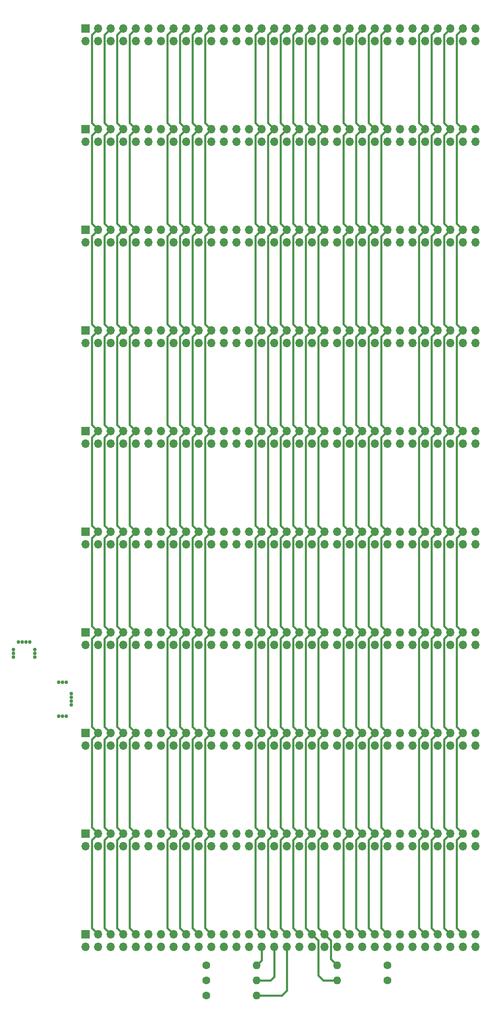
<source format=gtl>
G04 #@! TF.GenerationSoftware,KiCad,Pcbnew,5.1.6-c6e7f7d~86~ubuntu18.04.1*
G04 #@! TF.CreationDate,2020-06-23T20:17:20+12:00*
G04 #@! TF.ProjectId,M1 Backplane,4d312042-6163-46b7-906c-616e652e6b69,rev?*
G04 #@! TF.SameCoordinates,Original*
G04 #@! TF.FileFunction,Copper,L1,Top*
G04 #@! TF.FilePolarity,Positive*
%FSLAX46Y46*%
G04 Gerber Fmt 4.6, Leading zero omitted, Abs format (unit mm)*
G04 Created by KiCad (PCBNEW 5.1.6-c6e7f7d~86~ubuntu18.04.1) date 2020-06-23 20:17:20*
%MOMM*%
%LPD*%
G01*
G04 APERTURE LIST*
G04 #@! TA.AperFunction,ComponentPad*
%ADD10R,1.700000X1.700000*%
G04 #@! TD*
G04 #@! TA.AperFunction,ComponentPad*
%ADD11O,1.700000X1.700000*%
G04 #@! TD*
G04 #@! TA.AperFunction,ComponentPad*
%ADD12C,1.600000*%
G04 #@! TD*
G04 #@! TA.AperFunction,ComponentPad*
%ADD13O,1.600000X1.600000*%
G04 #@! TD*
G04 #@! TA.AperFunction,ViaPad*
%ADD14C,0.762000*%
G04 #@! TD*
G04 #@! TA.AperFunction,Conductor*
%ADD15C,0.406400*%
G04 #@! TD*
G04 APERTURE END LIST*
D10*
X109135000Y-306970000D03*
D11*
X109135000Y-309510000D03*
X111675000Y-306970000D03*
X111675000Y-309510000D03*
X114215000Y-306970000D03*
X114215000Y-309510000D03*
X116755000Y-306970000D03*
X116755000Y-309510000D03*
X119295000Y-306970000D03*
X119295000Y-309510000D03*
X121835000Y-306970000D03*
X121835000Y-309510000D03*
X124375000Y-306970000D03*
X124375000Y-309510000D03*
X126915000Y-306970000D03*
X126915000Y-309510000D03*
X129455000Y-306970000D03*
X129455000Y-309510000D03*
X131995000Y-306970000D03*
X131995000Y-309510000D03*
X134535000Y-306970000D03*
X134535000Y-309510000D03*
X137075000Y-306970000D03*
X137075000Y-309510000D03*
X139615000Y-306970000D03*
X139615000Y-309510000D03*
X142155000Y-306970000D03*
X142155000Y-309510000D03*
X144695000Y-306970000D03*
X144695000Y-309510000D03*
X147235000Y-306970000D03*
X147235000Y-309510000D03*
X149775000Y-306970000D03*
X149775000Y-309510000D03*
X152315000Y-306970000D03*
X152315000Y-309510000D03*
X154855000Y-306970000D03*
X154855000Y-309510000D03*
X157395000Y-306970000D03*
X157395000Y-309510000D03*
X159935000Y-306970000D03*
X159935000Y-309510000D03*
X162475000Y-306970000D03*
X162475000Y-309510000D03*
X165015000Y-306970000D03*
X165015000Y-309510000D03*
X167555000Y-306970000D03*
X167555000Y-309510000D03*
X170095000Y-306970000D03*
X170095000Y-309510000D03*
X172635000Y-306970000D03*
X172635000Y-309510000D03*
X175175000Y-306970000D03*
X175175000Y-309510000D03*
X177715000Y-306970000D03*
X177715000Y-309510000D03*
X180255000Y-306970000D03*
X180255000Y-309510000D03*
X182795000Y-306970000D03*
X182795000Y-309510000D03*
X185335000Y-306970000D03*
X185335000Y-309510000D03*
X187875000Y-306970000D03*
X187875000Y-309510000D03*
X187875000Y-289190000D03*
X187875000Y-286650000D03*
X185335000Y-289190000D03*
X185335000Y-286650000D03*
X182795000Y-289190000D03*
X182795000Y-286650000D03*
X180255000Y-289190000D03*
X180255000Y-286650000D03*
X177715000Y-289190000D03*
X177715000Y-286650000D03*
X175175000Y-289190000D03*
X175175000Y-286650000D03*
X172635000Y-289190000D03*
X172635000Y-286650000D03*
X170095000Y-289190000D03*
X170095000Y-286650000D03*
X167555000Y-289190000D03*
X167555000Y-286650000D03*
X165015000Y-289190000D03*
X165015000Y-286650000D03*
X162475000Y-289190000D03*
X162475000Y-286650000D03*
X159935000Y-289190000D03*
X159935000Y-286650000D03*
X157395000Y-289190000D03*
X157395000Y-286650000D03*
X154855000Y-289190000D03*
X154855000Y-286650000D03*
X152315000Y-289190000D03*
X152315000Y-286650000D03*
X149775000Y-289190000D03*
X149775000Y-286650000D03*
X147235000Y-289190000D03*
X147235000Y-286650000D03*
X144695000Y-289190000D03*
X144695000Y-286650000D03*
X142155000Y-289190000D03*
X142155000Y-286650000D03*
X139615000Y-289190000D03*
X139615000Y-286650000D03*
X137075000Y-289190000D03*
X137075000Y-286650000D03*
X134535000Y-289190000D03*
X134535000Y-286650000D03*
X131995000Y-289190000D03*
X131995000Y-286650000D03*
X129455000Y-289190000D03*
X129455000Y-286650000D03*
X126915000Y-289190000D03*
X126915000Y-286650000D03*
X124375000Y-289190000D03*
X124375000Y-286650000D03*
X121835000Y-289190000D03*
X121835000Y-286650000D03*
X119295000Y-289190000D03*
X119295000Y-286650000D03*
X116755000Y-289190000D03*
X116755000Y-286650000D03*
X114215000Y-289190000D03*
X114215000Y-286650000D03*
X111675000Y-289190000D03*
X111675000Y-286650000D03*
X109135000Y-289190000D03*
D10*
X109135000Y-286650000D03*
D11*
X187875000Y-268870000D03*
X187875000Y-266330000D03*
X185335000Y-268870000D03*
X185335000Y-266330000D03*
X182795000Y-268870000D03*
X182795000Y-266330000D03*
X180255000Y-268870000D03*
X180255000Y-266330000D03*
X177715000Y-268870000D03*
X177715000Y-266330000D03*
X175175000Y-268870000D03*
X175175000Y-266330000D03*
X172635000Y-268870000D03*
X172635000Y-266330000D03*
X170095000Y-268870000D03*
X170095000Y-266330000D03*
X167555000Y-268870000D03*
X167555000Y-266330000D03*
X165015000Y-268870000D03*
X165015000Y-266330000D03*
X162475000Y-268870000D03*
X162475000Y-266330000D03*
X159935000Y-268870000D03*
X159935000Y-266330000D03*
X157395000Y-268870000D03*
X157395000Y-266330000D03*
X154855000Y-268870000D03*
X154855000Y-266330000D03*
X152315000Y-268870000D03*
X152315000Y-266330000D03*
X149775000Y-268870000D03*
X149775000Y-266330000D03*
X147235000Y-268870000D03*
X147235000Y-266330000D03*
X144695000Y-268870000D03*
X144695000Y-266330000D03*
X142155000Y-268870000D03*
X142155000Y-266330000D03*
X139615000Y-268870000D03*
X139615000Y-266330000D03*
X137075000Y-268870000D03*
X137075000Y-266330000D03*
X134535000Y-268870000D03*
X134535000Y-266330000D03*
X131995000Y-268870000D03*
X131995000Y-266330000D03*
X129455000Y-268870000D03*
X129455000Y-266330000D03*
X126915000Y-268870000D03*
X126915000Y-266330000D03*
X124375000Y-268870000D03*
X124375000Y-266330000D03*
X121835000Y-268870000D03*
X121835000Y-266330000D03*
X119295000Y-268870000D03*
X119295000Y-266330000D03*
X116755000Y-268870000D03*
X116755000Y-266330000D03*
X114215000Y-268870000D03*
X114215000Y-266330000D03*
X111675000Y-268870000D03*
X111675000Y-266330000D03*
X109135000Y-268870000D03*
D10*
X109135000Y-266330000D03*
X109135000Y-246010000D03*
D11*
X109135000Y-248550000D03*
X111675000Y-246010000D03*
X111675000Y-248550000D03*
X114215000Y-246010000D03*
X114215000Y-248550000D03*
X116755000Y-246010000D03*
X116755000Y-248550000D03*
X119295000Y-246010000D03*
X119295000Y-248550000D03*
X121835000Y-246010000D03*
X121835000Y-248550000D03*
X124375000Y-246010000D03*
X124375000Y-248550000D03*
X126915000Y-246010000D03*
X126915000Y-248550000D03*
X129455000Y-246010000D03*
X129455000Y-248550000D03*
X131995000Y-246010000D03*
X131995000Y-248550000D03*
X134535000Y-246010000D03*
X134535000Y-248550000D03*
X137075000Y-246010000D03*
X137075000Y-248550000D03*
X139615000Y-246010000D03*
X139615000Y-248550000D03*
X142155000Y-246010000D03*
X142155000Y-248550000D03*
X144695000Y-246010000D03*
X144695000Y-248550000D03*
X147235000Y-246010000D03*
X147235000Y-248550000D03*
X149775000Y-246010000D03*
X149775000Y-248550000D03*
X152315000Y-246010000D03*
X152315000Y-248550000D03*
X154855000Y-246010000D03*
X154855000Y-248550000D03*
X157395000Y-246010000D03*
X157395000Y-248550000D03*
X159935000Y-246010000D03*
X159935000Y-248550000D03*
X162475000Y-246010000D03*
X162475000Y-248550000D03*
X165015000Y-246010000D03*
X165015000Y-248550000D03*
X167555000Y-246010000D03*
X167555000Y-248550000D03*
X170095000Y-246010000D03*
X170095000Y-248550000D03*
X172635000Y-246010000D03*
X172635000Y-248550000D03*
X175175000Y-246010000D03*
X175175000Y-248550000D03*
X177715000Y-246010000D03*
X177715000Y-248550000D03*
X180255000Y-246010000D03*
X180255000Y-248550000D03*
X182795000Y-246010000D03*
X182795000Y-248550000D03*
X185335000Y-246010000D03*
X185335000Y-248550000D03*
X187875000Y-246010000D03*
X187875000Y-248550000D03*
D10*
X109135000Y-225690000D03*
D11*
X109135000Y-228230000D03*
X111675000Y-225690000D03*
X111675000Y-228230000D03*
X114215000Y-225690000D03*
X114215000Y-228230000D03*
X116755000Y-225690000D03*
X116755000Y-228230000D03*
X119295000Y-225690000D03*
X119295000Y-228230000D03*
X121835000Y-225690000D03*
X121835000Y-228230000D03*
X124375000Y-225690000D03*
X124375000Y-228230000D03*
X126915000Y-225690000D03*
X126915000Y-228230000D03*
X129455000Y-225690000D03*
X129455000Y-228230000D03*
X131995000Y-225690000D03*
X131995000Y-228230000D03*
X134535000Y-225690000D03*
X134535000Y-228230000D03*
X137075000Y-225690000D03*
X137075000Y-228230000D03*
X139615000Y-225690000D03*
X139615000Y-228230000D03*
X142155000Y-225690000D03*
X142155000Y-228230000D03*
X144695000Y-225690000D03*
X144695000Y-228230000D03*
X147235000Y-225690000D03*
X147235000Y-228230000D03*
X149775000Y-225690000D03*
X149775000Y-228230000D03*
X152315000Y-225690000D03*
X152315000Y-228230000D03*
X154855000Y-225690000D03*
X154855000Y-228230000D03*
X157395000Y-225690000D03*
X157395000Y-228230000D03*
X159935000Y-225690000D03*
X159935000Y-228230000D03*
X162475000Y-225690000D03*
X162475000Y-228230000D03*
X165015000Y-225690000D03*
X165015000Y-228230000D03*
X167555000Y-225690000D03*
X167555000Y-228230000D03*
X170095000Y-225690000D03*
X170095000Y-228230000D03*
X172635000Y-225690000D03*
X172635000Y-228230000D03*
X175175000Y-225690000D03*
X175175000Y-228230000D03*
X177715000Y-225690000D03*
X177715000Y-228230000D03*
X180255000Y-225690000D03*
X180255000Y-228230000D03*
X182795000Y-225690000D03*
X182795000Y-228230000D03*
X185335000Y-225690000D03*
X185335000Y-228230000D03*
X187875000Y-225690000D03*
X187875000Y-228230000D03*
X187875000Y-207910000D03*
X187875000Y-205370000D03*
X185335000Y-207910000D03*
X185335000Y-205370000D03*
X182795000Y-207910000D03*
X182795000Y-205370000D03*
X180255000Y-207910000D03*
X180255000Y-205370000D03*
X177715000Y-207910000D03*
X177715000Y-205370000D03*
X175175000Y-207910000D03*
X175175000Y-205370000D03*
X172635000Y-207910000D03*
X172635000Y-205370000D03*
X170095000Y-207910000D03*
X170095000Y-205370000D03*
X167555000Y-207910000D03*
X167555000Y-205370000D03*
X165015000Y-207910000D03*
X165015000Y-205370000D03*
X162475000Y-207910000D03*
X162475000Y-205370000D03*
X159935000Y-207910000D03*
X159935000Y-205370000D03*
X157395000Y-207910000D03*
X157395000Y-205370000D03*
X154855000Y-207910000D03*
X154855000Y-205370000D03*
X152315000Y-207910000D03*
X152315000Y-205370000D03*
X149775000Y-207910000D03*
X149775000Y-205370000D03*
X147235000Y-207910000D03*
X147235000Y-205370000D03*
X144695000Y-207910000D03*
X144695000Y-205370000D03*
X142155000Y-207910000D03*
X142155000Y-205370000D03*
X139615000Y-207910000D03*
X139615000Y-205370000D03*
X137075000Y-207910000D03*
X137075000Y-205370000D03*
X134535000Y-207910000D03*
X134535000Y-205370000D03*
X131995000Y-207910000D03*
X131995000Y-205370000D03*
X129455000Y-207910000D03*
X129455000Y-205370000D03*
X126915000Y-207910000D03*
X126915000Y-205370000D03*
X124375000Y-207910000D03*
X124375000Y-205370000D03*
X121835000Y-207910000D03*
X121835000Y-205370000D03*
X119295000Y-207910000D03*
X119295000Y-205370000D03*
X116755000Y-207910000D03*
X116755000Y-205370000D03*
X114215000Y-207910000D03*
X114215000Y-205370000D03*
X111675000Y-207910000D03*
X111675000Y-205370000D03*
X109135000Y-207910000D03*
D10*
X109135000Y-205370000D03*
D11*
X187875000Y-187590000D03*
X187875000Y-185050000D03*
X185335000Y-187590000D03*
X185335000Y-185050000D03*
X182795000Y-187590000D03*
X182795000Y-185050000D03*
X180255000Y-187590000D03*
X180255000Y-185050000D03*
X177715000Y-187590000D03*
X177715000Y-185050000D03*
X175175000Y-187590000D03*
X175175000Y-185050000D03*
X172635000Y-187590000D03*
X172635000Y-185050000D03*
X170095000Y-187590000D03*
X170095000Y-185050000D03*
X167555000Y-187590000D03*
X167555000Y-185050000D03*
X165015000Y-187590000D03*
X165015000Y-185050000D03*
X162475000Y-187590000D03*
X162475000Y-185050000D03*
X159935000Y-187590000D03*
X159935000Y-185050000D03*
X157395000Y-187590000D03*
X157395000Y-185050000D03*
X154855000Y-187590000D03*
X154855000Y-185050000D03*
X152315000Y-187590000D03*
X152315000Y-185050000D03*
X149775000Y-187590000D03*
X149775000Y-185050000D03*
X147235000Y-187590000D03*
X147235000Y-185050000D03*
X144695000Y-187590000D03*
X144695000Y-185050000D03*
X142155000Y-187590000D03*
X142155000Y-185050000D03*
X139615000Y-187590000D03*
X139615000Y-185050000D03*
X137075000Y-187590000D03*
X137075000Y-185050000D03*
X134535000Y-187590000D03*
X134535000Y-185050000D03*
X131995000Y-187590000D03*
X131995000Y-185050000D03*
X129455000Y-187590000D03*
X129455000Y-185050000D03*
X126915000Y-187590000D03*
X126915000Y-185050000D03*
X124375000Y-187590000D03*
X124375000Y-185050000D03*
X121835000Y-187590000D03*
X121835000Y-185050000D03*
X119295000Y-187590000D03*
X119295000Y-185050000D03*
X116755000Y-187590000D03*
X116755000Y-185050000D03*
X114215000Y-187590000D03*
X114215000Y-185050000D03*
X111675000Y-187590000D03*
X111675000Y-185050000D03*
X109135000Y-187590000D03*
D10*
X109135000Y-185050000D03*
X109135000Y-164730000D03*
D11*
X109135000Y-167270000D03*
X111675000Y-164730000D03*
X111675000Y-167270000D03*
X114215000Y-164730000D03*
X114215000Y-167270000D03*
X116755000Y-164730000D03*
X116755000Y-167270000D03*
X119295000Y-164730000D03*
X119295000Y-167270000D03*
X121835000Y-164730000D03*
X121835000Y-167270000D03*
X124375000Y-164730000D03*
X124375000Y-167270000D03*
X126915000Y-164730000D03*
X126915000Y-167270000D03*
X129455000Y-164730000D03*
X129455000Y-167270000D03*
X131995000Y-164730000D03*
X131995000Y-167270000D03*
X134535000Y-164730000D03*
X134535000Y-167270000D03*
X137075000Y-164730000D03*
X137075000Y-167270000D03*
X139615000Y-164730000D03*
X139615000Y-167270000D03*
X142155000Y-164730000D03*
X142155000Y-167270000D03*
X144695000Y-164730000D03*
X144695000Y-167270000D03*
X147235000Y-164730000D03*
X147235000Y-167270000D03*
X149775000Y-164730000D03*
X149775000Y-167270000D03*
X152315000Y-164730000D03*
X152315000Y-167270000D03*
X154855000Y-164730000D03*
X154855000Y-167270000D03*
X157395000Y-164730000D03*
X157395000Y-167270000D03*
X159935000Y-164730000D03*
X159935000Y-167270000D03*
X162475000Y-164730000D03*
X162475000Y-167270000D03*
X165015000Y-164730000D03*
X165015000Y-167270000D03*
X167555000Y-164730000D03*
X167555000Y-167270000D03*
X170095000Y-164730000D03*
X170095000Y-167270000D03*
X172635000Y-164730000D03*
X172635000Y-167270000D03*
X175175000Y-164730000D03*
X175175000Y-167270000D03*
X177715000Y-164730000D03*
X177715000Y-167270000D03*
X180255000Y-164730000D03*
X180255000Y-167270000D03*
X182795000Y-164730000D03*
X182795000Y-167270000D03*
X185335000Y-164730000D03*
X185335000Y-167270000D03*
X187875000Y-164730000D03*
X187875000Y-167270000D03*
D10*
X109135000Y-144410000D03*
D11*
X109135000Y-146950000D03*
X111675000Y-144410000D03*
X111675000Y-146950000D03*
X114215000Y-144410000D03*
X114215000Y-146950000D03*
X116755000Y-144410000D03*
X116755000Y-146950000D03*
X119295000Y-144410000D03*
X119295000Y-146950000D03*
X121835000Y-144410000D03*
X121835000Y-146950000D03*
X124375000Y-144410000D03*
X124375000Y-146950000D03*
X126915000Y-144410000D03*
X126915000Y-146950000D03*
X129455000Y-144410000D03*
X129455000Y-146950000D03*
X131995000Y-144410000D03*
X131995000Y-146950000D03*
X134535000Y-144410000D03*
X134535000Y-146950000D03*
X137075000Y-144410000D03*
X137075000Y-146950000D03*
X139615000Y-144410000D03*
X139615000Y-146950000D03*
X142155000Y-144410000D03*
X142155000Y-146950000D03*
X144695000Y-144410000D03*
X144695000Y-146950000D03*
X147235000Y-144410000D03*
X147235000Y-146950000D03*
X149775000Y-144410000D03*
X149775000Y-146950000D03*
X152315000Y-144410000D03*
X152315000Y-146950000D03*
X154855000Y-144410000D03*
X154855000Y-146950000D03*
X157395000Y-144410000D03*
X157395000Y-146950000D03*
X159935000Y-144410000D03*
X159935000Y-146950000D03*
X162475000Y-144410000D03*
X162475000Y-146950000D03*
X165015000Y-144410000D03*
X165015000Y-146950000D03*
X167555000Y-144410000D03*
X167555000Y-146950000D03*
X170095000Y-144410000D03*
X170095000Y-146950000D03*
X172635000Y-144410000D03*
X172635000Y-146950000D03*
X175175000Y-144410000D03*
X175175000Y-146950000D03*
X177715000Y-144410000D03*
X177715000Y-146950000D03*
X180255000Y-144410000D03*
X180255000Y-146950000D03*
X182795000Y-144410000D03*
X182795000Y-146950000D03*
X185335000Y-144410000D03*
X185335000Y-146950000D03*
X187875000Y-144410000D03*
X187875000Y-146950000D03*
X187875000Y-126630000D03*
X187875000Y-124090000D03*
X185335000Y-126630000D03*
X185335000Y-124090000D03*
X182795000Y-126630000D03*
X182795000Y-124090000D03*
X180255000Y-126630000D03*
X180255000Y-124090000D03*
X177715000Y-126630000D03*
X177715000Y-124090000D03*
X175175000Y-126630000D03*
X175175000Y-124090000D03*
X172635000Y-126630000D03*
X172635000Y-124090000D03*
X170095000Y-126630000D03*
X170095000Y-124090000D03*
X167555000Y-126630000D03*
X167555000Y-124090000D03*
X165015000Y-126630000D03*
X165015000Y-124090000D03*
X162475000Y-126630000D03*
X162475000Y-124090000D03*
X159935000Y-126630000D03*
X159935000Y-124090000D03*
X157395000Y-126630000D03*
X157395000Y-124090000D03*
X154855000Y-126630000D03*
X154855000Y-124090000D03*
X152315000Y-126630000D03*
X152315000Y-124090000D03*
X149775000Y-126630000D03*
X149775000Y-124090000D03*
X147235000Y-126630000D03*
X147235000Y-124090000D03*
X144695000Y-126630000D03*
X144695000Y-124090000D03*
X142155000Y-126630000D03*
X142155000Y-124090000D03*
X139615000Y-126630000D03*
X139615000Y-124090000D03*
X137075000Y-126630000D03*
X137075000Y-124090000D03*
X134535000Y-126630000D03*
X134535000Y-124090000D03*
X131995000Y-126630000D03*
X131995000Y-124090000D03*
X129455000Y-126630000D03*
X129455000Y-124090000D03*
X126915000Y-126630000D03*
X126915000Y-124090000D03*
X124375000Y-126630000D03*
X124375000Y-124090000D03*
X121835000Y-126630000D03*
X121835000Y-124090000D03*
X119295000Y-126630000D03*
X119295000Y-124090000D03*
X116755000Y-126630000D03*
X116755000Y-124090000D03*
X114215000Y-126630000D03*
X114215000Y-124090000D03*
X111675000Y-126630000D03*
X111675000Y-124090000D03*
X109135000Y-126630000D03*
D10*
X109135000Y-124090000D03*
D12*
X133529000Y-313286000D03*
D13*
X143689000Y-313286000D03*
X143689000Y-316334000D03*
D12*
X133529000Y-316334000D03*
X170105000Y-316334000D03*
D13*
X159945000Y-316334000D03*
D12*
X133529000Y-319382000D03*
D13*
X143689000Y-319382000D03*
X159945000Y-313286000D03*
D12*
X170105000Y-313286000D03*
D14*
X106325000Y-260700000D03*
X106325000Y-259938000D03*
X106325000Y-259176000D03*
X106325000Y-258414000D03*
X105309000Y-262986000D03*
X104547000Y-262986000D03*
X103785000Y-262986000D03*
X105309000Y-256128000D03*
X104547000Y-256128000D03*
X103785000Y-256128000D03*
X98959000Y-251048000D03*
X98959000Y-250286000D03*
X98959000Y-249524000D03*
X94641000Y-251048000D03*
X94641000Y-250286000D03*
X94641000Y-249524000D03*
X97943000Y-248000000D03*
X97181000Y-248000000D03*
X96419000Y-248000000D03*
X95657000Y-248000000D03*
D15*
X111675000Y-306970000D02*
X110405000Y-305700000D01*
X110405000Y-305700000D02*
X110405000Y-287920000D01*
X110405000Y-287920000D02*
X111675000Y-286650000D01*
X111675000Y-286650000D02*
X110405000Y-285380000D01*
X110405000Y-285380000D02*
X110405000Y-267600000D01*
X110405000Y-267600000D02*
X111675000Y-266330000D01*
X111675000Y-266330000D02*
X110405000Y-265060000D01*
X110405000Y-265060000D02*
X110405000Y-247280000D01*
X110405000Y-247280000D02*
X111675000Y-246010000D01*
X111675000Y-246010000D02*
X110405000Y-244740000D01*
X110405000Y-244740000D02*
X110405000Y-226960000D01*
X110405000Y-226960000D02*
X111675000Y-225690000D01*
X111675000Y-225690000D02*
X110405000Y-224420000D01*
X110405000Y-224420000D02*
X110405000Y-206640000D01*
X110405000Y-206640000D02*
X111675000Y-205370000D01*
X111675000Y-205370000D02*
X110405000Y-204100000D01*
X110405000Y-204100000D02*
X110405000Y-186320000D01*
X110405000Y-186320000D02*
X111675000Y-185050000D01*
X111675000Y-185050000D02*
X110405000Y-183780000D01*
X110405000Y-183780000D02*
X110405000Y-166000000D01*
X110405000Y-166000000D02*
X111675000Y-164730000D01*
X111675000Y-164730000D02*
X110405000Y-163460000D01*
X110405000Y-163460000D02*
X110405000Y-145680000D01*
X110405000Y-145680000D02*
X111675000Y-144410000D01*
X111675000Y-144410000D02*
X110405000Y-143140000D01*
X110405000Y-143140000D02*
X110405000Y-125360000D01*
X110405000Y-125360000D02*
X111675000Y-124090000D01*
X114215000Y-306970000D02*
X112945000Y-305700000D01*
X112945000Y-305700000D02*
X112945000Y-287920000D01*
X112945000Y-287920000D02*
X114215000Y-286650000D01*
X114215000Y-286650000D02*
X112945000Y-285380000D01*
X112945000Y-285380000D02*
X112945000Y-267600000D01*
X112945000Y-267600000D02*
X114215000Y-266330000D01*
X114215000Y-266330000D02*
X112945000Y-265060000D01*
X112945000Y-265060000D02*
X112945000Y-247280000D01*
X112945000Y-247280000D02*
X114215000Y-246010000D01*
X114215000Y-246010000D02*
X112945000Y-244740000D01*
X112945000Y-244740000D02*
X112945000Y-226960000D01*
X112945000Y-226960000D02*
X114215000Y-225690000D01*
X114215000Y-225690000D02*
X112945000Y-224420000D01*
X112945000Y-224420000D02*
X112945000Y-206640000D01*
X112945000Y-206640000D02*
X114215000Y-205370000D01*
X114215000Y-205370000D02*
X112945000Y-204100000D01*
X112945000Y-204100000D02*
X112945000Y-186320000D01*
X112945000Y-186320000D02*
X114215000Y-185050000D01*
X114215000Y-185050000D02*
X112945000Y-183780000D01*
X112945000Y-183780000D02*
X112945000Y-166000000D01*
X112945000Y-166000000D02*
X114215000Y-164730000D01*
X114215000Y-164730000D02*
X112945000Y-163460000D01*
X112945000Y-163460000D02*
X112945000Y-145680000D01*
X112945000Y-145680000D02*
X114215000Y-144410000D01*
X114215000Y-144410000D02*
X112945000Y-143140000D01*
X112945000Y-143140000D02*
X112945000Y-125360000D01*
X112945000Y-125360000D02*
X114215000Y-124090000D01*
X116755000Y-306970000D02*
X115485000Y-305700000D01*
X115485000Y-305700000D02*
X115485000Y-287920000D01*
X115485000Y-287920000D02*
X116755000Y-286650000D01*
X116755000Y-286650000D02*
X115485000Y-285380000D01*
X115485000Y-285380000D02*
X115485000Y-267600000D01*
X115485000Y-267600000D02*
X116755000Y-266330000D01*
X116755000Y-266330000D02*
X115485000Y-265060000D01*
X115485000Y-265060000D02*
X115485000Y-247280000D01*
X115485000Y-247280000D02*
X116755000Y-246010000D01*
X116755000Y-246010000D02*
X115485000Y-244740000D01*
X115485000Y-244740000D02*
X115485000Y-226960000D01*
X115485000Y-226960000D02*
X116755000Y-225690000D01*
X116755000Y-225690000D02*
X115485000Y-224420000D01*
X115485000Y-224420000D02*
X115485000Y-206640000D01*
X115485000Y-206640000D02*
X116755000Y-205370000D01*
X116755000Y-205370000D02*
X115485000Y-204100000D01*
X115485000Y-204100000D02*
X115485000Y-186320000D01*
X115485000Y-186320000D02*
X116755000Y-185050000D01*
X116755000Y-185050000D02*
X115485000Y-183780000D01*
X115485000Y-183780000D02*
X115485000Y-166000000D01*
X115485000Y-166000000D02*
X116755000Y-164730000D01*
X116755000Y-164730000D02*
X115485000Y-163460000D01*
X115485000Y-163460000D02*
X115485000Y-145680000D01*
X115485000Y-145680000D02*
X116755000Y-144410000D01*
X116755000Y-144410000D02*
X115485000Y-143140000D01*
X115485000Y-143140000D02*
X115485000Y-125360000D01*
X115485000Y-125360000D02*
X116755000Y-124090000D01*
X119295000Y-306970000D02*
X118025000Y-305700000D01*
X118025000Y-305700000D02*
X118025000Y-287920000D01*
X118025000Y-287920000D02*
X119295000Y-286650000D01*
X119295000Y-286650000D02*
X118025000Y-285380000D01*
X118025000Y-285380000D02*
X118025000Y-267600000D01*
X118025000Y-267600000D02*
X119295000Y-266330000D01*
X119295000Y-266330000D02*
X118025000Y-265060000D01*
X118025000Y-265060000D02*
X118025000Y-247280000D01*
X118025000Y-247280000D02*
X119295000Y-246010000D01*
X119295000Y-246010000D02*
X118025000Y-244740000D01*
X118025000Y-244740000D02*
X118025000Y-226960000D01*
X118025000Y-226960000D02*
X119295000Y-225690000D01*
X119295000Y-225690000D02*
X118025000Y-224420000D01*
X118025000Y-224420000D02*
X118025000Y-206640000D01*
X118025000Y-206640000D02*
X119295000Y-205370000D01*
X119295000Y-205370000D02*
X118025000Y-204100000D01*
X118025000Y-204100000D02*
X118025000Y-186320000D01*
X118025000Y-186320000D02*
X119295000Y-185050000D01*
X119295000Y-185050000D02*
X118025000Y-183780000D01*
X118025000Y-183780000D02*
X118025000Y-166000000D01*
X118025000Y-166000000D02*
X119295000Y-164730000D01*
X119295000Y-164730000D02*
X118025000Y-163460000D01*
X118025000Y-163460000D02*
X118025000Y-145680000D01*
X118025000Y-145680000D02*
X119295000Y-144410000D01*
X119295000Y-144410000D02*
X118025000Y-143140000D01*
X118025000Y-143140000D02*
X118025000Y-125360000D01*
X118025000Y-125360000D02*
X119295000Y-124090000D01*
X126915000Y-306970000D02*
X125645000Y-305700000D01*
X125645000Y-305700000D02*
X125645000Y-287920000D01*
X125645000Y-287920000D02*
X126915000Y-286650000D01*
X126915000Y-286650000D02*
X125645000Y-285380000D01*
X125645000Y-285380000D02*
X125645000Y-267600000D01*
X125645000Y-267600000D02*
X126915000Y-266330000D01*
X126915000Y-266330000D02*
X125645000Y-265060000D01*
X125645000Y-265060000D02*
X125645000Y-247280000D01*
X125645000Y-247280000D02*
X126915000Y-246010000D01*
X126915000Y-246010000D02*
X125645000Y-244740000D01*
X125645000Y-244740000D02*
X125645000Y-226960000D01*
X125645000Y-226960000D02*
X126915000Y-225690000D01*
X126915000Y-225690000D02*
X125645000Y-224420000D01*
X125645000Y-224420000D02*
X125645000Y-206640000D01*
X125645000Y-206640000D02*
X126915000Y-205370000D01*
X126915000Y-205370000D02*
X125645000Y-204100000D01*
X125645000Y-204100000D02*
X125645000Y-186320000D01*
X125645000Y-186320000D02*
X126915000Y-185050000D01*
X126915000Y-185050000D02*
X125645000Y-183780000D01*
X125645000Y-183780000D02*
X125645000Y-166000000D01*
X125645000Y-166000000D02*
X126915000Y-164730000D01*
X126915000Y-164730000D02*
X125645000Y-163460000D01*
X125645000Y-163460000D02*
X125645000Y-145680000D01*
X125645000Y-145680000D02*
X126915000Y-144410000D01*
X126915000Y-144410000D02*
X125645000Y-143140000D01*
X125645000Y-143140000D02*
X125645000Y-125360000D01*
X125645000Y-125360000D02*
X126915000Y-124090000D01*
X129455000Y-306970000D02*
X128185000Y-305700000D01*
X128185000Y-305700000D02*
X128185000Y-287920000D01*
X128185000Y-287920000D02*
X129455000Y-286650000D01*
X129455000Y-286650000D02*
X128185000Y-285380000D01*
X128185000Y-285380000D02*
X128185000Y-267600000D01*
X128185000Y-267600000D02*
X129455000Y-266330000D01*
X129455000Y-266330000D02*
X128185000Y-265060000D01*
X128185000Y-265060000D02*
X128185000Y-247280000D01*
X128185000Y-247280000D02*
X129455000Y-246010000D01*
X129455000Y-246010000D02*
X128185000Y-244740000D01*
X128185000Y-244740000D02*
X128185000Y-226960000D01*
X128185000Y-226960000D02*
X129455000Y-225690000D01*
X129455000Y-225690000D02*
X128185000Y-224420000D01*
X128185000Y-224420000D02*
X128185000Y-206640000D01*
X128185000Y-206640000D02*
X129455000Y-205370000D01*
X129455000Y-205370000D02*
X128185000Y-204100000D01*
X128185000Y-186320000D02*
X129455000Y-185050000D01*
X128185000Y-204100000D02*
X128185000Y-186320000D01*
X129455000Y-185050000D02*
X128185000Y-183780000D01*
X128185000Y-183780000D02*
X128185000Y-166000000D01*
X128185000Y-166000000D02*
X129455000Y-164730000D01*
X129455000Y-164730000D02*
X128185000Y-163460000D01*
X128185000Y-163460000D02*
X128185000Y-145680000D01*
X128185000Y-145680000D02*
X129455000Y-144410000D01*
X129455000Y-144410000D02*
X128185000Y-143140000D01*
X128185000Y-143140000D02*
X128185000Y-125360000D01*
X128185000Y-125360000D02*
X129455000Y-124090000D01*
X131995000Y-306970000D02*
X130725000Y-305700000D01*
X130725000Y-305700000D02*
X130725000Y-287920000D01*
X130725000Y-287920000D02*
X131995000Y-286650000D01*
X131995000Y-286650000D02*
X130725000Y-285380000D01*
X130725000Y-285380000D02*
X130725000Y-267600000D01*
X130725000Y-267600000D02*
X131995000Y-266330000D01*
X131995000Y-266330000D02*
X130725000Y-265060000D01*
X130725000Y-265060000D02*
X130725000Y-247280000D01*
X130725000Y-247280000D02*
X131995000Y-246010000D01*
X131995000Y-246010000D02*
X130725000Y-244740000D01*
X130725000Y-244740000D02*
X130725000Y-226960000D01*
X130725000Y-226960000D02*
X131995000Y-225690000D01*
X131995000Y-225690000D02*
X130725000Y-224420000D01*
X130725000Y-224420000D02*
X130725000Y-206640000D01*
X130725000Y-206640000D02*
X131995000Y-205370000D01*
X131995000Y-205370000D02*
X130725000Y-204100000D01*
X130725000Y-204100000D02*
X130725000Y-186320000D01*
X130725000Y-186320000D02*
X131995000Y-185050000D01*
X131995000Y-185050000D02*
X130725000Y-183780000D01*
X130725000Y-183780000D02*
X130725000Y-166000000D01*
X130725000Y-166000000D02*
X131995000Y-164730000D01*
X131995000Y-164730000D02*
X130725000Y-163460000D01*
X130725000Y-163460000D02*
X130725000Y-145680000D01*
X130725000Y-145680000D02*
X131995000Y-144410000D01*
X131995000Y-144410000D02*
X130725000Y-143140000D01*
X130725000Y-143140000D02*
X130725000Y-125360000D01*
X130725000Y-125360000D02*
X131995000Y-124090000D01*
X134535000Y-306970000D02*
X133265000Y-305700000D01*
X133265000Y-305700000D02*
X133265000Y-287920000D01*
X133265000Y-287920000D02*
X134535000Y-286650000D01*
X134535000Y-286650000D02*
X133265000Y-285380000D01*
X133265000Y-285380000D02*
X133265000Y-267600000D01*
X133265000Y-267600000D02*
X134535000Y-266330000D01*
X134535000Y-266330000D02*
X133265000Y-265060000D01*
X133265000Y-265060000D02*
X133265000Y-247280000D01*
X133265000Y-247280000D02*
X134535000Y-246010000D01*
X134535000Y-246010000D02*
X133265000Y-244740000D01*
X133265000Y-244740000D02*
X133265000Y-226960000D01*
X133265000Y-226960000D02*
X134535000Y-225690000D01*
X134535000Y-225690000D02*
X133265000Y-224420000D01*
X133265000Y-224420000D02*
X133265000Y-206640000D01*
X133265000Y-206640000D02*
X134535000Y-205370000D01*
X134535000Y-205370000D02*
X133265000Y-204100000D01*
X133265000Y-204100000D02*
X133265000Y-186320000D01*
X133265000Y-186320000D02*
X134535000Y-185050000D01*
X134535000Y-185050000D02*
X133265000Y-183780000D01*
X133265000Y-183780000D02*
X133265000Y-166000000D01*
X133265000Y-166000000D02*
X134535000Y-164730000D01*
X134535000Y-164730000D02*
X133265000Y-163460000D01*
X133265000Y-163460000D02*
X133265000Y-145680000D01*
X133265000Y-145680000D02*
X134535000Y-144410000D01*
X134535000Y-144410000D02*
X133265000Y-143140000D01*
X133265000Y-143140000D02*
X133265000Y-125360000D01*
X133265000Y-125360000D02*
X134535000Y-124090000D01*
X144695000Y-306970000D02*
X143425000Y-305700000D01*
X143425000Y-305700000D02*
X143425000Y-287920000D01*
X143425000Y-287920000D02*
X144695000Y-286650000D01*
X144695000Y-286650000D02*
X143425000Y-285380000D01*
X143425000Y-285380000D02*
X143425000Y-267600000D01*
X143425000Y-267600000D02*
X144695000Y-266330000D01*
X144695000Y-266330000D02*
X143425000Y-265060000D01*
X143425000Y-265060000D02*
X143425000Y-247280000D01*
X143425000Y-247280000D02*
X144695000Y-246010000D01*
X144695000Y-246010000D02*
X143425000Y-244740000D01*
X143425000Y-244740000D02*
X143425000Y-226960000D01*
X143425000Y-226960000D02*
X144695000Y-225690000D01*
X144695000Y-225690000D02*
X143425000Y-224420000D01*
X143425000Y-224420000D02*
X143425000Y-206640000D01*
X143425000Y-206640000D02*
X144695000Y-205370000D01*
X144695000Y-205370000D02*
X143425000Y-204100000D01*
X143425000Y-204100000D02*
X143425000Y-186320000D01*
X143425000Y-186320000D02*
X144695000Y-185050000D01*
X144695000Y-185050000D02*
X143425000Y-183780000D01*
X143425000Y-183780000D02*
X143425000Y-166000000D01*
X143425000Y-166000000D02*
X144695000Y-164730000D01*
X144695000Y-164730000D02*
X143425000Y-163460000D01*
X143425000Y-163460000D02*
X143425000Y-145680000D01*
X143425000Y-145680000D02*
X144695000Y-144410000D01*
X144695000Y-144410000D02*
X143425000Y-143140000D01*
X143425000Y-143140000D02*
X143425000Y-125360000D01*
X143425000Y-125360000D02*
X144695000Y-124090000D01*
X144695000Y-311752000D02*
X144695000Y-309510000D01*
X144705000Y-311762000D02*
X144695000Y-311752000D01*
X143689000Y-313286000D02*
X144705000Y-312270000D01*
X144705000Y-312270000D02*
X144705000Y-311762000D01*
X147235000Y-306970000D02*
X145965000Y-305700000D01*
X145965000Y-305700000D02*
X145965000Y-287920000D01*
X145965000Y-287920000D02*
X147235000Y-286650000D01*
X147235000Y-286650000D02*
X145965000Y-285380000D01*
X145965000Y-285380000D02*
X145965000Y-267600000D01*
X145965000Y-267600000D02*
X147235000Y-266330000D01*
X147235000Y-266330000D02*
X145965000Y-265060000D01*
X145965000Y-265060000D02*
X145965000Y-247280000D01*
X145965000Y-247280000D02*
X147235000Y-246010000D01*
X147235000Y-246010000D02*
X145965000Y-244740000D01*
X145965000Y-244740000D02*
X145965000Y-226960000D01*
X145965000Y-226960000D02*
X147235000Y-225690000D01*
X147235000Y-225690000D02*
X145965000Y-224420000D01*
X145965000Y-224420000D02*
X145965000Y-206640000D01*
X145965000Y-206640000D02*
X147235000Y-205370000D01*
X147235000Y-205370000D02*
X145965000Y-204100000D01*
X145965000Y-204100000D02*
X145965000Y-186320000D01*
X145965000Y-186320000D02*
X147235000Y-185050000D01*
X147235000Y-185050000D02*
X145965000Y-183780000D01*
X145965000Y-183780000D02*
X145965000Y-166000000D01*
X145965000Y-166000000D02*
X147235000Y-164730000D01*
X147235000Y-164730000D02*
X145965000Y-163460000D01*
X145965000Y-163460000D02*
X145965000Y-145680000D01*
X145965000Y-145680000D02*
X147235000Y-144410000D01*
X147235000Y-144410000D02*
X145965000Y-143140000D01*
X145965000Y-143140000D02*
X145965000Y-125360000D01*
X145965000Y-125360000D02*
X147235000Y-124090000D01*
X147235000Y-315054000D02*
X147235000Y-309510000D01*
X147245000Y-315064000D02*
X147235000Y-315054000D01*
X143689000Y-316334000D02*
X146483000Y-316334000D01*
X146483000Y-316334000D02*
X147245000Y-315572000D01*
X147245000Y-315572000D02*
X147245000Y-315064000D01*
X149775000Y-306970000D02*
X148505000Y-305700000D01*
X148505000Y-305700000D02*
X148505000Y-287920000D01*
X148505000Y-287920000D02*
X149775000Y-286650000D01*
X149775000Y-286650000D02*
X148505000Y-285380000D01*
X148505000Y-285380000D02*
X148505000Y-267600000D01*
X148505000Y-267600000D02*
X149775000Y-266330000D01*
X149775000Y-266330000D02*
X148505000Y-265060000D01*
X148505000Y-265060000D02*
X148505000Y-247280000D01*
X148505000Y-247280000D02*
X149775000Y-246010000D01*
X149775000Y-246010000D02*
X148505000Y-244740000D01*
X148505000Y-244740000D02*
X148505000Y-226960000D01*
X148505000Y-226960000D02*
X149775000Y-225690000D01*
X149775000Y-225690000D02*
X148505000Y-224420000D01*
X148505000Y-224420000D02*
X148505000Y-206640000D01*
X148505000Y-206640000D02*
X149775000Y-205370000D01*
X149775000Y-205370000D02*
X148505000Y-204100000D01*
X148505000Y-204100000D02*
X148505000Y-186320000D01*
X148505000Y-186320000D02*
X149775000Y-185050000D01*
X149775000Y-185050000D02*
X148505000Y-183780000D01*
X148505000Y-183780000D02*
X148505000Y-166000000D01*
X148505000Y-166000000D02*
X149775000Y-164730000D01*
X149775000Y-164730000D02*
X148505000Y-163460000D01*
X148505000Y-163460000D02*
X148505000Y-145680000D01*
X148505000Y-145680000D02*
X149775000Y-144410000D01*
X149775000Y-144410000D02*
X148505000Y-143140000D01*
X148505000Y-143140000D02*
X148505000Y-125360000D01*
X148505000Y-125360000D02*
X149775000Y-124090000D01*
X143689000Y-319382000D02*
X148769000Y-319382000D01*
X148769000Y-319382000D02*
X149785000Y-318366000D01*
X149775000Y-318356000D02*
X149775000Y-309510000D01*
X149785000Y-318366000D02*
X149775000Y-318356000D01*
X152315000Y-306970000D02*
X151045000Y-305700000D01*
X151045000Y-305700000D02*
X151045000Y-287920000D01*
X151045000Y-287920000D02*
X152315000Y-286650000D01*
X152315000Y-286650000D02*
X151045000Y-285380000D01*
X151045000Y-285380000D02*
X151045000Y-267600000D01*
X151045000Y-267600000D02*
X152315000Y-266330000D01*
X152315000Y-266330000D02*
X151045000Y-265060000D01*
X151045000Y-265060000D02*
X151045000Y-247280000D01*
X151045000Y-247280000D02*
X152315000Y-246010000D01*
X152315000Y-246010000D02*
X151045000Y-244740000D01*
X151045000Y-244740000D02*
X151045000Y-226960000D01*
X151045000Y-226960000D02*
X152315000Y-225690000D01*
X152315000Y-225690000D02*
X151045000Y-224420000D01*
X151045000Y-224420000D02*
X151045000Y-206640000D01*
X151045000Y-206640000D02*
X152315000Y-205370000D01*
X152315000Y-205370000D02*
X151045000Y-204100000D01*
X151045000Y-204100000D02*
X151045000Y-186320000D01*
X151045000Y-186320000D02*
X152315000Y-185050000D01*
X152315000Y-185050000D02*
X151045000Y-183780000D01*
X151045000Y-183780000D02*
X151045000Y-166000000D01*
X151045000Y-166000000D02*
X152315000Y-164730000D01*
X152315000Y-164730000D02*
X151045000Y-163460000D01*
X151045000Y-163460000D02*
X151045000Y-145680000D01*
X151045000Y-145680000D02*
X152315000Y-144410000D01*
X152315000Y-144410000D02*
X151045000Y-143140000D01*
X151045000Y-143140000D02*
X151045000Y-125360000D01*
X151045000Y-125360000D02*
X152315000Y-124090000D01*
X154855000Y-306970000D02*
X153585000Y-305700000D01*
X153585000Y-305700000D02*
X153585000Y-287920000D01*
X153585000Y-287920000D02*
X154855000Y-286650000D01*
X154855000Y-286650000D02*
X153585000Y-285380000D01*
X153585000Y-285380000D02*
X153585000Y-267600000D01*
X153585000Y-267600000D02*
X154855000Y-266330000D01*
X154855000Y-266330000D02*
X153585000Y-265060000D01*
X153585000Y-265060000D02*
X153585000Y-247280000D01*
X153585000Y-247280000D02*
X154855000Y-246010000D01*
X154855000Y-246010000D02*
X153585000Y-244740000D01*
X153585000Y-244740000D02*
X153585000Y-226960000D01*
X153585000Y-226960000D02*
X154855000Y-225690000D01*
X154855000Y-225690000D02*
X153585000Y-224420000D01*
X153585000Y-224420000D02*
X153585000Y-206640000D01*
X153585000Y-206640000D02*
X154855000Y-205370000D01*
X154855000Y-205370000D02*
X153585000Y-204100000D01*
X153585000Y-204100000D02*
X153585000Y-186320000D01*
X153585000Y-186320000D02*
X154855000Y-185050000D01*
X154855000Y-185050000D02*
X153585000Y-183780000D01*
X153585000Y-183780000D02*
X153585000Y-166000000D01*
X153585000Y-166000000D02*
X154855000Y-164730000D01*
X154855000Y-164730000D02*
X153585000Y-163460000D01*
X153585000Y-163460000D02*
X153585000Y-145680000D01*
X153585000Y-145680000D02*
X154855000Y-144410000D01*
X154855000Y-144410000D02*
X153585000Y-143140000D01*
X153585000Y-143140000D02*
X153585000Y-125360000D01*
X153585000Y-125360000D02*
X154855000Y-124090000D01*
X156135000Y-315064000D02*
X156135000Y-308206000D01*
X156091000Y-308206000D02*
X154855000Y-306970000D01*
X156135000Y-308206000D02*
X156091000Y-308206000D01*
X159945000Y-316334000D02*
X157151000Y-316334000D01*
X157151000Y-316334000D02*
X156135000Y-315318000D01*
X156135000Y-315318000D02*
X156135000Y-315064000D01*
X157395000Y-306970000D02*
X156125000Y-305700000D01*
X156125000Y-305700000D02*
X156125000Y-287920000D01*
X156125000Y-287920000D02*
X157395000Y-286650000D01*
X157395000Y-286650000D02*
X156125000Y-285380000D01*
X156125000Y-285380000D02*
X156125000Y-267600000D01*
X156125000Y-267600000D02*
X157395000Y-266330000D01*
X157395000Y-266330000D02*
X156125000Y-265060000D01*
X156125000Y-265060000D02*
X156125000Y-247280000D01*
X156125000Y-247280000D02*
X157395000Y-246010000D01*
X157395000Y-246010000D02*
X156125000Y-244740000D01*
X156125000Y-244740000D02*
X156125000Y-226960000D01*
X156125000Y-226960000D02*
X157395000Y-225690000D01*
X157395000Y-225690000D02*
X156125000Y-224420000D01*
X156125000Y-224420000D02*
X156125000Y-206640000D01*
X156125000Y-206640000D02*
X157395000Y-205370000D01*
X157395000Y-205370000D02*
X156125000Y-204100000D01*
X156125000Y-204100000D02*
X156125000Y-186320000D01*
X156125000Y-186320000D02*
X157395000Y-185050000D01*
X157395000Y-185050000D02*
X156125000Y-183780000D01*
X156125000Y-183780000D02*
X156125000Y-166000000D01*
X156125000Y-166000000D02*
X157395000Y-164730000D01*
X157395000Y-164730000D02*
X156125000Y-163460000D01*
X156125000Y-163460000D02*
X156125000Y-145680000D01*
X156125000Y-145680000D02*
X157395000Y-144410000D01*
X157395000Y-144410000D02*
X156125000Y-143140000D01*
X156125000Y-143140000D02*
X156125000Y-125360000D01*
X156125000Y-125360000D02*
X157395000Y-124090000D01*
X158675000Y-311508000D02*
X158675000Y-308206000D01*
X158631000Y-308206000D02*
X157395000Y-306970000D01*
X158675000Y-308206000D02*
X158631000Y-308206000D01*
X159945000Y-313286000D02*
X158675000Y-312016000D01*
X158675000Y-312016000D02*
X158675000Y-308206000D01*
X162475000Y-306970000D02*
X161205000Y-305700000D01*
X161205000Y-305700000D02*
X161205000Y-287920000D01*
X161205000Y-287920000D02*
X162475000Y-286650000D01*
X162475000Y-286650000D02*
X161205000Y-285380000D01*
X161205000Y-285380000D02*
X161205000Y-267600000D01*
X161205000Y-267600000D02*
X162475000Y-266330000D01*
X162475000Y-266330000D02*
X161205000Y-265060000D01*
X161205000Y-265060000D02*
X161205000Y-247280000D01*
X161205000Y-247280000D02*
X162475000Y-246010000D01*
X162475000Y-246010000D02*
X161205000Y-244740000D01*
X161205000Y-244740000D02*
X161205000Y-226960000D01*
X161205000Y-226960000D02*
X162475000Y-225690000D01*
X162475000Y-225690000D02*
X161205000Y-224420000D01*
X161205000Y-224420000D02*
X161205000Y-206640000D01*
X161205000Y-206640000D02*
X162475000Y-205370000D01*
X162475000Y-205370000D02*
X161205000Y-204100000D01*
X161205000Y-204100000D02*
X161205000Y-186320000D01*
X161205000Y-186320000D02*
X162475000Y-185050000D01*
X162475000Y-185050000D02*
X161205000Y-183780000D01*
X161205000Y-183780000D02*
X161205000Y-166000000D01*
X161205000Y-166000000D02*
X162475000Y-164730000D01*
X162475000Y-164730000D02*
X161205000Y-163460000D01*
X161205000Y-163460000D02*
X161205000Y-145680000D01*
X161205000Y-145680000D02*
X162475000Y-144410000D01*
X162475000Y-144410000D02*
X161205000Y-143140000D01*
X161205000Y-143140000D02*
X161205000Y-125360000D01*
X161205000Y-125360000D02*
X162475000Y-124090000D01*
X165015000Y-306970000D02*
X163745000Y-305700000D01*
X163745000Y-305700000D02*
X163745000Y-287920000D01*
X163745000Y-287920000D02*
X165015000Y-286650000D01*
X165015000Y-286650000D02*
X163745000Y-285380000D01*
X163745000Y-285380000D02*
X163745000Y-267600000D01*
X163745000Y-267600000D02*
X165015000Y-266330000D01*
X165015000Y-266330000D02*
X163745000Y-265060000D01*
X163745000Y-265060000D02*
X163745000Y-247280000D01*
X163745000Y-247280000D02*
X165015000Y-246010000D01*
X165015000Y-246010000D02*
X163745000Y-244740000D01*
X163745000Y-244740000D02*
X163745000Y-226960000D01*
X163745000Y-226960000D02*
X165015000Y-225690000D01*
X165015000Y-225690000D02*
X163745000Y-224420000D01*
X163745000Y-224420000D02*
X163745000Y-206640000D01*
X163745000Y-206640000D02*
X165015000Y-205370000D01*
X165015000Y-205370000D02*
X163745000Y-204100000D01*
X163745000Y-204100000D02*
X163745000Y-186320000D01*
X163745000Y-186320000D02*
X165015000Y-185050000D01*
X165015000Y-185050000D02*
X163745000Y-183780000D01*
X163745000Y-183780000D02*
X163745000Y-166000000D01*
X163745000Y-166000000D02*
X165015000Y-164730000D01*
X165015000Y-164730000D02*
X163745000Y-163460000D01*
X163745000Y-163460000D02*
X163745000Y-145680000D01*
X163745000Y-145680000D02*
X165015000Y-144410000D01*
X165015000Y-144410000D02*
X163745000Y-143140000D01*
X163745000Y-143140000D02*
X163745000Y-125360000D01*
X163745000Y-125360000D02*
X165015000Y-124090000D01*
X167555000Y-306970000D02*
X166285000Y-305700000D01*
X166285000Y-305700000D02*
X166285000Y-287920000D01*
X166285000Y-287920000D02*
X167555000Y-286650000D01*
X167555000Y-286650000D02*
X166285000Y-285380000D01*
X166285000Y-285380000D02*
X166285000Y-267600000D01*
X166285000Y-267600000D02*
X167555000Y-266330000D01*
X167555000Y-266330000D02*
X166285000Y-265060000D01*
X166285000Y-265060000D02*
X166285000Y-247280000D01*
X166285000Y-247280000D02*
X167555000Y-246010000D01*
X167555000Y-246010000D02*
X166285000Y-244740000D01*
X166285000Y-244740000D02*
X166285000Y-226960000D01*
X166285000Y-226960000D02*
X167555000Y-225690000D01*
X167555000Y-225690000D02*
X166285000Y-224420000D01*
X166285000Y-224420000D02*
X166285000Y-206640000D01*
X166285000Y-206640000D02*
X167555000Y-205370000D01*
X167555000Y-205370000D02*
X166285000Y-204100000D01*
X166285000Y-204100000D02*
X166285000Y-186320000D01*
X166285000Y-186320000D02*
X167555000Y-185050000D01*
X167555000Y-185050000D02*
X166285000Y-183780000D01*
X166285000Y-183780000D02*
X166285000Y-166000000D01*
X166285000Y-166000000D02*
X167555000Y-164730000D01*
X167555000Y-164730000D02*
X166285000Y-163460000D01*
X166285000Y-163460000D02*
X166285000Y-145680000D01*
X166285000Y-145680000D02*
X167555000Y-144410000D01*
X167555000Y-144410000D02*
X166285000Y-143140000D01*
X166285000Y-143140000D02*
X166285000Y-125360000D01*
X166285000Y-125360000D02*
X167555000Y-124090000D01*
X170095000Y-306970000D02*
X168825000Y-305700000D01*
X168825000Y-305700000D02*
X168825000Y-287920000D01*
X168825000Y-287920000D02*
X170095000Y-286650000D01*
X170095000Y-286650000D02*
X168825000Y-285380000D01*
X168825000Y-285380000D02*
X168825000Y-267600000D01*
X168825000Y-267600000D02*
X170095000Y-266330000D01*
X170095000Y-266330000D02*
X168825000Y-265060000D01*
X168825000Y-265060000D02*
X168825000Y-247280000D01*
X168825000Y-247280000D02*
X170095000Y-246010000D01*
X170095000Y-246010000D02*
X168825000Y-244740000D01*
X168825000Y-244740000D02*
X168825000Y-226960000D01*
X168825000Y-226960000D02*
X170095000Y-225690000D01*
X170095000Y-225690000D02*
X168825000Y-224420000D01*
X168825000Y-224420000D02*
X168825000Y-206640000D01*
X168825000Y-206640000D02*
X170095000Y-205370000D01*
X170095000Y-205370000D02*
X168825000Y-204100000D01*
X168825000Y-204100000D02*
X168825000Y-186320000D01*
X168825000Y-186320000D02*
X170095000Y-185050000D01*
X170095000Y-185050000D02*
X168825000Y-183780000D01*
X168825000Y-183780000D02*
X168825000Y-166000000D01*
X168825000Y-166000000D02*
X170095000Y-164730000D01*
X170095000Y-164730000D02*
X168825000Y-163460000D01*
X168825000Y-163460000D02*
X168825000Y-145680000D01*
X168825000Y-145680000D02*
X170095000Y-144410000D01*
X170095000Y-144410000D02*
X168825000Y-143140000D01*
X168825000Y-143140000D02*
X168825000Y-125360000D01*
X168825000Y-125360000D02*
X170095000Y-124090000D01*
X177715000Y-306970000D02*
X176445000Y-305700000D01*
X176445000Y-305700000D02*
X176445000Y-287920000D01*
X176445000Y-287920000D02*
X177715000Y-286650000D01*
X177715000Y-286650000D02*
X176445000Y-285380000D01*
X176445000Y-285380000D02*
X176445000Y-267600000D01*
X176445000Y-267600000D02*
X177715000Y-266330000D01*
X177715000Y-266330000D02*
X176445000Y-265060000D01*
X176445000Y-265060000D02*
X176445000Y-247280000D01*
X176445000Y-247280000D02*
X177715000Y-246010000D01*
X177715000Y-246010000D02*
X176445000Y-244740000D01*
X176445000Y-244740000D02*
X176445000Y-226960000D01*
X176445000Y-226960000D02*
X177715000Y-225690000D01*
X177715000Y-225690000D02*
X176445000Y-224420000D01*
X176445000Y-224420000D02*
X176445000Y-206640000D01*
X176445000Y-206640000D02*
X177715000Y-205370000D01*
X177715000Y-205370000D02*
X176445000Y-204100000D01*
X176445000Y-204100000D02*
X176445000Y-186320000D01*
X176445000Y-186320000D02*
X177715000Y-185050000D01*
X177715000Y-185050000D02*
X176445000Y-183780000D01*
X176445000Y-183780000D02*
X176445000Y-166000000D01*
X176445000Y-166000000D02*
X177715000Y-164730000D01*
X177715000Y-164730000D02*
X176445000Y-163460000D01*
X176445000Y-163460000D02*
X176445000Y-145680000D01*
X176445000Y-145680000D02*
X177715000Y-144410000D01*
X177715000Y-144410000D02*
X176445000Y-143140000D01*
X176445000Y-143140000D02*
X176445000Y-125360000D01*
X176445000Y-125360000D02*
X177715000Y-124090000D01*
X180255000Y-306970000D02*
X178985000Y-305700000D01*
X178985000Y-305700000D02*
X178985000Y-287920000D01*
X178985000Y-287920000D02*
X180255000Y-286650000D01*
X180255000Y-286650000D02*
X178985000Y-285380000D01*
X178985000Y-285380000D02*
X178985000Y-267600000D01*
X178985000Y-267600000D02*
X180255000Y-266330000D01*
X180255000Y-266330000D02*
X178985000Y-265060000D01*
X178985000Y-265060000D02*
X178985000Y-247280000D01*
X178985000Y-247280000D02*
X180255000Y-246010000D01*
X180255000Y-246010000D02*
X178985000Y-244740000D01*
X178985000Y-244740000D02*
X178985000Y-226960000D01*
X178985000Y-226960000D02*
X180255000Y-225690000D01*
X180255000Y-225690000D02*
X178985000Y-224420000D01*
X178985000Y-224420000D02*
X178985000Y-206640000D01*
X178985000Y-206640000D02*
X180255000Y-205370000D01*
X180255000Y-205370000D02*
X178985000Y-204100000D01*
X178985000Y-204100000D02*
X178985000Y-186320000D01*
X178985000Y-186320000D02*
X180255000Y-185050000D01*
X180255000Y-185050000D02*
X178985000Y-183780000D01*
X178985000Y-183780000D02*
X178985000Y-166000000D01*
X178985000Y-166000000D02*
X180255000Y-164730000D01*
X180255000Y-164730000D02*
X178985000Y-163460000D01*
X178985000Y-163460000D02*
X178985000Y-145680000D01*
X178985000Y-145680000D02*
X180255000Y-144410000D01*
X180255000Y-144410000D02*
X178985000Y-143140000D01*
X178985000Y-143140000D02*
X178985000Y-125360000D01*
X178985000Y-125360000D02*
X180255000Y-124090000D01*
X182795000Y-306970000D02*
X181525000Y-305700000D01*
X181525000Y-305700000D02*
X181525000Y-287920000D01*
X181525000Y-287920000D02*
X182795000Y-286650000D01*
X182795000Y-286650000D02*
X181525000Y-285380000D01*
X181525000Y-285380000D02*
X181525000Y-267600000D01*
X181525000Y-267600000D02*
X182795000Y-266330000D01*
X182795000Y-266330000D02*
X181525000Y-265060000D01*
X181525000Y-265060000D02*
X181525000Y-247280000D01*
X181525000Y-247280000D02*
X182795000Y-246010000D01*
X182795000Y-246010000D02*
X181525000Y-244740000D01*
X181525000Y-244740000D02*
X181525000Y-226960000D01*
X181525000Y-226960000D02*
X182795000Y-225690000D01*
X182795000Y-225690000D02*
X181525000Y-224420000D01*
X181525000Y-224420000D02*
X181525000Y-206640000D01*
X181525000Y-206640000D02*
X182795000Y-205370000D01*
X182795000Y-205370000D02*
X181525000Y-204100000D01*
X181525000Y-204100000D02*
X181525000Y-186320000D01*
X181525000Y-186320000D02*
X182795000Y-185050000D01*
X182795000Y-185050000D02*
X181525000Y-183780000D01*
X181525000Y-183780000D02*
X181525000Y-166000000D01*
X181525000Y-166000000D02*
X182795000Y-164730000D01*
X182795000Y-164730000D02*
X181525000Y-163460000D01*
X181525000Y-163460000D02*
X181525000Y-145680000D01*
X181525000Y-145680000D02*
X182795000Y-144410000D01*
X182795000Y-144410000D02*
X181525000Y-143140000D01*
X181525000Y-143140000D02*
X181525000Y-125360000D01*
X181525000Y-125360000D02*
X182795000Y-124090000D01*
X185335000Y-306970000D02*
X184065000Y-305700000D01*
X184065000Y-305700000D02*
X184065000Y-287920000D01*
X184065000Y-287920000D02*
X185335000Y-286650000D01*
X185335000Y-286650000D02*
X184065000Y-285380000D01*
X184065000Y-285380000D02*
X184065000Y-267600000D01*
X184065000Y-267600000D02*
X185335000Y-266330000D01*
X185335000Y-266330000D02*
X184065000Y-265060000D01*
X184065000Y-265060000D02*
X184065000Y-247280000D01*
X184065000Y-247280000D02*
X185335000Y-246010000D01*
X185335000Y-246010000D02*
X184065000Y-244740000D01*
X184065000Y-244740000D02*
X184065000Y-226960000D01*
X184065000Y-226960000D02*
X185335000Y-225690000D01*
X185335000Y-225690000D02*
X184065000Y-224420000D01*
X184065000Y-224420000D02*
X184065000Y-206640000D01*
X184065000Y-206640000D02*
X185335000Y-205370000D01*
X185335000Y-205370000D02*
X184065000Y-204100000D01*
X184065000Y-204100000D02*
X184065000Y-186320000D01*
X184065000Y-186320000D02*
X185335000Y-185050000D01*
X185335000Y-185050000D02*
X184065000Y-183780000D01*
X184065000Y-183780000D02*
X184065000Y-166000000D01*
X184065000Y-166000000D02*
X185335000Y-164730000D01*
X185335000Y-164730000D02*
X184065000Y-163460000D01*
X184065000Y-163460000D02*
X184065000Y-145680000D01*
X184065000Y-145680000D02*
X185335000Y-144410000D01*
X185335000Y-144410000D02*
X184065000Y-143140000D01*
X184065000Y-143140000D02*
X184065000Y-125360000D01*
X184065000Y-125360000D02*
X185335000Y-124090000D01*
M02*

</source>
